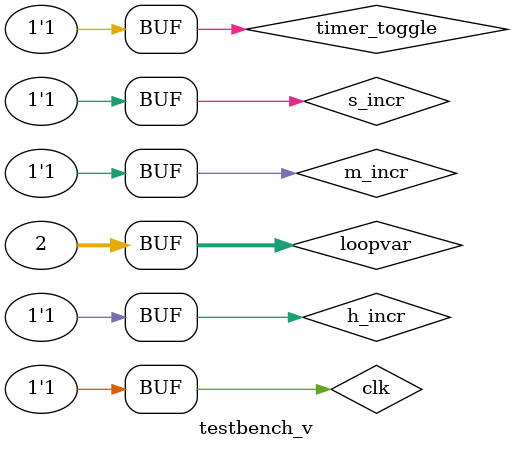
<source format=v>
 
 
// the simulator timestep should be (1 ps here). 
 
`timescale 1 ns / 1 ps 
 
// Declare the module and its ports. This is 
// using Verilog-2001 syntax. 
 
module testbench_v; 
	 
	 // Generate a free running 100 MHz clock 
	 // signal to mimic what is on the board 
	 // provided for prototyping. 
	 
	 reg clk; 
	 
	 always 
	 begin 
		 clk = 1'b0; 
		 #5; 
		 clk = 1'b1; 
		 #5; 
	 end 
	 integer loopvar;
	 reg timer_toggle = 1 ; 
	 reg s_incr = 1;
	 reg m_incr = 1;
	 reg h_incr = 1;
	 reg [7:0] an;
	 wire cg, cf, ce, cd, cc, cb, ca;
	 wire [7:0] a_hh, a_mm, t_hh, t_mm, t_ss;
	 initial 
	 begin 
//		 $display("If simulation ends before the testbench"); 
//		 $display("completes, use the menu option to run all."); 
		 for (loopvar = 0; loopvar<59; loopvar=loopvar+1)
		 begin
		 	s_incr=0;
		 	#150;
		 	s_incr=1;
		 	#150;		 
		 end
		 for (loopvar = 0; loopvar<2; loopvar=loopvar+1)
		 begin
		 	m_incr=0;
		 	#150;
		 	m_incr=1;
		 	#150;		 
		 end
		 for (loopvar = 0; loopvar<2; loopvar=loopvar+1)
		 begin
		 	h_incr=0;
		 	#150;
		 	h_incr=1;
		 	#150;		 
		 end
//		 #400; // allow it to run
		 timer_toggle = 1'b0; 
		 #200
		 timer_toggle = 1'b1;
//		 $display("Simulation is over, check the waveforms."); 
//		 $stop; 
	 end 
	 
	 main_source main_inst (
	 	.clk(clk),
	 	.mode(2'b00),
		.incr_hh(h_incr),
		.incr_mm(m_incr),
		.incr_ss(s_incr),
		.timer_toggle(timer_toggle),
		.alarm_sw(2'b00)
	 );
	 
//	 controller my_controller ( 
//		.clk(clk),
//		.mode(2'b01),
//		.incr_hh(2'b00),
//		.incr_mm(m_incr),
//		.incr_ss(s_incr),
//		.curr_hh(8'h04),
//		.curr_mm(8'h05),
//		.curr_ss(8'h06),
//		.timer_toggle(timer_toggle),
//		.alarm_sw(1'b0),
//		.alarm_hh(a_hh),
//		.alarm_mm(a_mm),  
//	 	.timer_hh(t_hh),
//	 	.timer_mm(t_mm),
//	 	.timer_ss(t_ss)
//	 ); 
	 
//	display test_display (
//	 	.clk(clk),
//	 	.mode(2'b01),
//		.curr_hh(8'h04),
//	 	.curr_mm(8'h05),
//	 	.curr_ss(8'h06),
//		.alarm_hh(a_hh),
//	 	.alarm_mm(a_mm),  
//	 	.timer_hh(t_hh),
//	 	.timer_mm(t_mm),
//	 	.timer_ss(t_ss)
////	 	.an(an),
////	 	.cg(cg),
////	 	.cf(cf),
////	 	.ce(ce),
////	 	.cd(cd),
////	 	.cc(cc),
////	 	.cb(cb),
////	 	.ca(ca)
//	 );
 
endmodule


</source>
